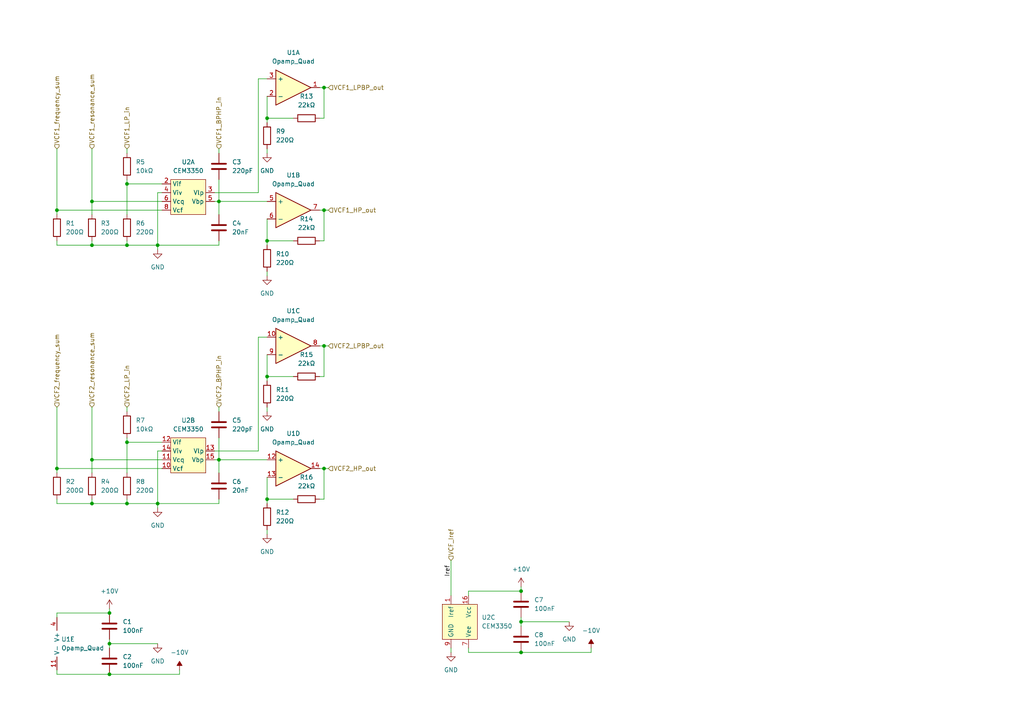
<source format=kicad_sch>
(kicad_sch (version 20210621) (generator eeschema)
  (paper "A4")
  (lib_symbols
    (symbol "Device:C" (pin_numbers hide) (pin_names (offset 0.254))
      (property "Reference" "C" (at 0.635 2.54 0))
      (property "Value" "C" (at 0.635 -2.54 0))
      (symbol "C_0_1"
        (polyline (pts (xy -2.032 -0.762) (xy 2.032 -0.762)) (stroke (width 0.508)))
        (polyline (pts (xy -2.032 0.762) (xy 2.032 0.762)) (stroke (width 0.508)))
      )
      (symbol "C_1_1"
        (pin passive line (at 0 3.81 270) (length 2.794) (name "~") (number "1"))
        (pin passive line (at 0 -3.81 90) (length 2.794) (name "~") (number "2"))
      )
    )
    (symbol "Device:Opamp_Quad"
      (property "Reference" "U" (at 0 5.08 0))
      (property "Value" "Opamp_Quad" (at 0 -5.08 0))
      (symbol "Opamp_Quad_1_1"
        (polyline (pts (xy -5.08 5.08) (xy 5.08 0) (xy -5.08 -5.08) (xy -5.08 5.08)) (stroke (width 0.254)) (fill (type background)))
        (pin output line (at 7.62 0 180) (length 2.54) (name "~") (number "1"))
        (pin input line (at -7.62 -2.54 0) (length 2.54) (name "-") (number "2"))
        (pin input line (at -7.62 2.54 0) (length 2.54) (name "+") (number "3"))
      )
      (symbol "Opamp_Quad_2_1"
        (polyline (pts (xy -5.08 5.08) (xy 5.08 0) (xy -5.08 -5.08) (xy -5.08 5.08)) (stroke (width 0.254)) (fill (type background)))
        (pin input line (at -7.62 2.54 0) (length 2.54) (name "+") (number "5"))
        (pin input line (at -7.62 -2.54 0) (length 2.54) (name "-") (number "6"))
        (pin output line (at 7.62 0 180) (length 2.54) (name "~") (number "7"))
      )
      (symbol "Opamp_Quad_3_1"
        (polyline (pts (xy -5.08 5.08) (xy 5.08 0) (xy -5.08 -5.08) (xy -5.08 5.08)) (stroke (width 0.254)) (fill (type background)))
        (pin input line (at -7.62 2.54 0) (length 2.54) (name "+") (number "10"))
        (pin output line (at 7.62 0 180) (length 2.54) (name "~") (number "8"))
        (pin input line (at -7.62 -2.54 0) (length 2.54) (name "-") (number "9"))
      )
      (symbol "Opamp_Quad_4_1"
        (polyline (pts (xy -5.08 5.08) (xy 5.08 0) (xy -5.08 -5.08) (xy -5.08 5.08)) (stroke (width 0.254)) (fill (type background)))
        (pin input line (at -7.62 2.54 0) (length 2.54) (name "+") (number "12"))
        (pin input line (at -7.62 -2.54 0) (length 2.54) (name "-") (number "13"))
        (pin output line (at 7.62 0 180) (length 2.54) (name "~") (number "14"))
      )
      (symbol "Opamp_Quad_5_1"
        (pin power_in line (at -2.54 -7.62 90) (length 3.81) (name "V-") (number "11"))
        (pin power_in line (at -2.54 7.62 270) (length 3.81) (name "V+") (number "4"))
      )
    )
    (symbol "Device:R" (pin_numbers hide) (pin_names (offset 0))
      (property "Reference" "R" (at 2.032 0 90))
      (property "Value" "R" (at 0 0 90))
      (symbol "R_0_1"
        (rectangle (start -1.016 -2.54) (end 1.016 2.54) (stroke (width 0.254)))
      )
      (symbol "R_1_1"
        (pin passive line (at 0 3.81 270) (length 1.27) (name "~") (number "1"))
        (pin passive line (at 0 -3.81 90) (length 1.27) (name "~") (number "2"))
      )
    )
    (symbol "Modular_Mayhem:CEM3350"
      (property "Reference" "U" (at -6.35 6.35 0))
      (property "Value" "CEM3350" (at 7.62 6.35 0))
      (symbol "CEM3350_0_1"
        (rectangle (start -5.08 5.08) (end 5.08 -5.08) (stroke (width 0.1524)) (fill (type background)))
      )
      (symbol "CEM3350_1_1"
        (pin input line (at -7.62 3.81 0) (length 2.54) (name "Vif") (number "2"))
        (pin bidirectional line (at 7.62 1.27 180) (length 2.54) (name "Vlp") (number "3"))
        (pin input line (at -7.62 1.27 0) (length 2.54) (name "Viv") (number "4"))
        (pin bidirectional line (at 7.62 -1.27 180) (length 2.54) (name "Vbp") (number "5"))
        (pin input line (at -7.62 -1.27 0) (length 2.54) (name "Vcq") (number "6"))
        (pin input line (at -7.62 -3.81 0) (length 2.54) (name "Vcf") (number "8"))
      )
      (symbol "CEM3350_2_1"
        (pin input line (at -7.62 -3.81 0) (length 2.54) (name "Vcf") (number "10"))
        (pin input line (at -7.62 -1.27 0) (length 2.54) (name "Vcq") (number "11"))
        (pin input line (at -7.62 3.81 0) (length 2.54) (name "Vif") (number "12"))
        (pin bidirectional line (at 7.62 1.27 180) (length 2.54) (name "Vlp") (number "13"))
        (pin input line (at -7.62 1.27 0) (length 2.54) (name "Viv") (number "14"))
        (pin bidirectional line (at 7.62 -1.27 180) (length 2.54) (name "Vbp") (number "15"))
      )
      (symbol "CEM3350_3_1"
        (pin input line (at -2.54 7.62 270) (length 2.54) (name "Iref") (number "1"))
        (pin input line (at 2.54 7.62 270) (length 2.54) (name "Vcc") (number "16"))
        (pin input line (at 2.54 -7.62 90) (length 2.54) (name "Vee") (number "7"))
        (pin input line (at -2.54 -7.62 90) (length 2.54) (name "GND") (number "9"))
      )
    )
    (symbol "power:+10V" (power) (pin_names (offset 0))
      (property "Value" "+10V" (at 0 3.556 0))
      (symbol "+10V_0_1"
        (polyline (pts (xy -0.762 1.27) (xy 0 2.54)))
        (polyline (pts (xy 0 0) (xy 0 2.54)))
        (polyline (pts (xy 0 2.54) (xy 0.762 1.27)))
      )
      (symbol "+10V_1_1"
        (pin power_in line (at 0 0 90) (length 0) hide (name "+10V") (number "1"))
      )
    )
    (symbol "power:-10V" (power) (pin_names (offset 0))
      (property "Value" "-10V" (at 0 3.81 0))
      (symbol "-10V_0_0"
        (pin power_in line (at 0 0 90) (length 0) hide (name "-10V") (number "1"))
      )
      (symbol "-10V_0_1"
        (polyline (pts (xy 0 0) (xy 0 1.27) (xy 0.762 1.27) (xy 0 2.54) (xy -0.762 1.27) (xy 0 1.27)) (fill (type outline)))
      )
    )
    (symbol "power:GND" (power) (pin_names (offset 0))
      (property "Value" "GND" (at 0 -3.81 0))
      (symbol "GND_0_1"
        (polyline (pts (xy 0 0) (xy 0 -1.27) (xy 1.27 -1.27) (xy 0 -2.54) (xy -1.27 -1.27) (xy 0 -1.27)))
      )
      (symbol "GND_1_1"
        (pin power_in line (at 0 0 270) (length 0) hide (name "GND") (number "1"))
      )
    )
  )
  (bus_alias "VCF_signals" (members))
  (bus_alias "VCF_power" (members "Iref" "Vcc" "Vee"))
  (bus_alias "VCF_CVs" (members))
  (junction (at 16.51 60.96))
  (junction (at 16.51 135.89))
  (junction (at 26.67 58.42))
  (junction (at 26.67 71.12))
  (junction (at 26.67 133.35))
  (junction (at 26.67 146.05))
  (junction (at 31.75 177.8))
  (junction (at 31.75 186.69))
  (junction (at 31.75 195.58))
  (junction (at 36.83 53.34))
  (junction (at 36.83 71.12))
  (junction (at 36.83 128.27))
  (junction (at 36.83 146.05))
  (junction (at 45.72 71.12))
  (junction (at 45.72 146.05))
  (junction (at 63.5 58.42))
  (junction (at 63.5 133.35))
  (junction (at 77.47 34.29))
  (junction (at 77.47 69.85))
  (junction (at 77.47 109.22))
  (junction (at 77.47 144.78))
  (junction (at 93.98 25.4))
  (junction (at 93.98 60.96))
  (junction (at 93.98 100.33))
  (junction (at 93.98 135.89))
  (junction (at 151.13 171.45))
  (junction (at 151.13 180.34))
  (junction (at 151.13 189.23))
  (wire (pts (xy 16.51 43.18) (xy 16.51 60.96)))
  (wire (pts (xy 16.51 60.96) (xy 16.51 62.23)))
  (wire (pts (xy 16.51 69.85) (xy 16.51 71.12)))
  (wire (pts (xy 16.51 71.12) (xy 26.67 71.12)))
  (wire (pts (xy 16.51 118.11) (xy 16.51 135.89)))
  (wire (pts (xy 16.51 135.89) (xy 16.51 137.16)))
  (wire (pts (xy 16.51 144.78) (xy 16.51 146.05)))
  (wire (pts (xy 16.51 146.05) (xy 26.67 146.05)))
  (wire (pts (xy 16.51 177.8) (xy 16.51 179.07)))
  (wire (pts (xy 16.51 195.58) (xy 16.51 194.31)))
  (wire (pts (xy 26.67 43.18) (xy 26.67 58.42)))
  (wire (pts (xy 26.67 58.42) (xy 26.67 62.23)))
  (wire (pts (xy 26.67 58.42) (xy 46.99 58.42)))
  (wire (pts (xy 26.67 69.85) (xy 26.67 71.12)))
  (wire (pts (xy 26.67 71.12) (xy 36.83 71.12)))
  (wire (pts (xy 26.67 118.11) (xy 26.67 133.35)))
  (wire (pts (xy 26.67 133.35) (xy 26.67 137.16)))
  (wire (pts (xy 26.67 133.35) (xy 46.99 133.35)))
  (wire (pts (xy 26.67 144.78) (xy 26.67 146.05)))
  (wire (pts (xy 26.67 146.05) (xy 36.83 146.05)))
  (wire (pts (xy 31.75 176.53) (xy 31.75 177.8)))
  (wire (pts (xy 31.75 177.8) (xy 16.51 177.8)))
  (wire (pts (xy 31.75 185.42) (xy 31.75 186.69)))
  (wire (pts (xy 31.75 186.69) (xy 31.75 187.96)))
  (wire (pts (xy 31.75 186.69) (xy 45.72 186.69)))
  (wire (pts (xy 31.75 195.58) (xy 16.51 195.58)))
  (wire (pts (xy 36.83 43.18) (xy 36.83 44.45)))
  (wire (pts (xy 36.83 52.07) (xy 36.83 53.34)))
  (wire (pts (xy 36.83 53.34) (xy 36.83 62.23)))
  (wire (pts (xy 36.83 53.34) (xy 46.99 53.34)))
  (wire (pts (xy 36.83 69.85) (xy 36.83 71.12)))
  (wire (pts (xy 36.83 71.12) (xy 45.72 71.12)))
  (wire (pts (xy 36.83 118.11) (xy 36.83 119.38)))
  (wire (pts (xy 36.83 127) (xy 36.83 128.27)))
  (wire (pts (xy 36.83 128.27) (xy 36.83 137.16)))
  (wire (pts (xy 36.83 128.27) (xy 46.99 128.27)))
  (wire (pts (xy 36.83 144.78) (xy 36.83 146.05)))
  (wire (pts (xy 36.83 146.05) (xy 45.72 146.05)))
  (wire (pts (xy 45.72 55.88) (xy 45.72 71.12)))
  (wire (pts (xy 45.72 71.12) (xy 45.72 72.39)))
  (wire (pts (xy 45.72 130.81) (xy 45.72 146.05)))
  (wire (pts (xy 45.72 146.05) (xy 45.72 147.32)))
  (wire (pts (xy 46.99 55.88) (xy 45.72 55.88)))
  (wire (pts (xy 46.99 60.96) (xy 16.51 60.96)))
  (wire (pts (xy 46.99 130.81) (xy 45.72 130.81)))
  (wire (pts (xy 46.99 135.89) (xy 16.51 135.89)))
  (wire (pts (xy 52.07 194.31) (xy 52.07 195.58)))
  (wire (pts (xy 52.07 195.58) (xy 31.75 195.58)))
  (wire (pts (xy 62.23 55.88) (xy 74.93 55.88)))
  (wire (pts (xy 62.23 58.42) (xy 63.5 58.42)))
  (wire (pts (xy 62.23 130.81) (xy 74.93 130.81)))
  (wire (pts (xy 62.23 133.35) (xy 63.5 133.35)))
  (wire (pts (xy 63.5 43.18) (xy 63.5 44.45)))
  (wire (pts (xy 63.5 52.07) (xy 63.5 58.42)))
  (wire (pts (xy 63.5 58.42) (xy 63.5 62.23)))
  (wire (pts (xy 63.5 58.42) (xy 77.47 58.42)))
  (wire (pts (xy 63.5 69.85) (xy 63.5 71.12)))
  (wire (pts (xy 63.5 71.12) (xy 45.72 71.12)))
  (wire (pts (xy 63.5 118.11) (xy 63.5 119.38)))
  (wire (pts (xy 63.5 127) (xy 63.5 133.35)))
  (wire (pts (xy 63.5 133.35) (xy 63.5 137.16)))
  (wire (pts (xy 63.5 133.35) (xy 77.47 133.35)))
  (wire (pts (xy 63.5 144.78) (xy 63.5 146.05)))
  (wire (pts (xy 63.5 146.05) (xy 45.72 146.05)))
  (wire (pts (xy 74.93 22.86) (xy 77.47 22.86)))
  (wire (pts (xy 74.93 55.88) (xy 74.93 22.86)))
  (wire (pts (xy 74.93 97.79) (xy 77.47 97.79)))
  (wire (pts (xy 74.93 130.81) (xy 74.93 97.79)))
  (wire (pts (xy 77.47 27.94) (xy 77.47 34.29)))
  (wire (pts (xy 77.47 34.29) (xy 77.47 35.56)))
  (wire (pts (xy 77.47 34.29) (xy 85.09 34.29)))
  (wire (pts (xy 77.47 43.18) (xy 77.47 44.45)))
  (wire (pts (xy 77.47 63.5) (xy 77.47 69.85)))
  (wire (pts (xy 77.47 69.85) (xy 77.47 71.12)))
  (wire (pts (xy 77.47 69.85) (xy 85.09 69.85)))
  (wire (pts (xy 77.47 78.74) (xy 77.47 80.01)))
  (wire (pts (xy 77.47 102.87) (xy 77.47 109.22)))
  (wire (pts (xy 77.47 109.22) (xy 77.47 110.49)))
  (wire (pts (xy 77.47 109.22) (xy 85.09 109.22)))
  (wire (pts (xy 77.47 118.11) (xy 77.47 119.38)))
  (wire (pts (xy 77.47 138.43) (xy 77.47 144.78)))
  (wire (pts (xy 77.47 144.78) (xy 77.47 146.05)))
  (wire (pts (xy 77.47 144.78) (xy 85.09 144.78)))
  (wire (pts (xy 77.47 153.67) (xy 77.47 154.94)))
  (wire (pts (xy 93.98 25.4) (xy 92.71 25.4)))
  (wire (pts (xy 93.98 25.4) (xy 93.98 34.29)))
  (wire (pts (xy 93.98 25.4) (xy 95.25 25.4)))
  (wire (pts (xy 93.98 34.29) (xy 92.71 34.29)))
  (wire (pts (xy 93.98 60.96) (xy 92.71 60.96)))
  (wire (pts (xy 93.98 60.96) (xy 93.98 69.85)))
  (wire (pts (xy 93.98 60.96) (xy 95.25 60.96)))
  (wire (pts (xy 93.98 69.85) (xy 92.71 69.85)))
  (wire (pts (xy 93.98 100.33) (xy 92.71 100.33)))
  (wire (pts (xy 93.98 100.33) (xy 93.98 109.22)))
  (wire (pts (xy 93.98 100.33) (xy 95.25 100.33)))
  (wire (pts (xy 93.98 109.22) (xy 92.71 109.22)))
  (wire (pts (xy 93.98 135.89) (xy 92.71 135.89)))
  (wire (pts (xy 93.98 135.89) (xy 93.98 144.78)))
  (wire (pts (xy 93.98 135.89) (xy 95.25 135.89)))
  (wire (pts (xy 93.98 144.78) (xy 92.71 144.78)))
  (wire (pts (xy 130.81 162.56) (xy 130.81 172.72)))
  (wire (pts (xy 130.81 187.96) (xy 130.81 189.23)))
  (wire (pts (xy 135.89 171.45) (xy 135.89 172.72)))
  (wire (pts (xy 135.89 189.23) (xy 135.89 187.96)))
  (wire (pts (xy 151.13 170.18) (xy 151.13 171.45)))
  (wire (pts (xy 151.13 171.45) (xy 135.89 171.45)))
  (wire (pts (xy 151.13 179.07) (xy 151.13 180.34)))
  (wire (pts (xy 151.13 180.34) (xy 151.13 181.61)))
  (wire (pts (xy 151.13 180.34) (xy 165.1 180.34)))
  (wire (pts (xy 151.13 189.23) (xy 135.89 189.23)))
  (wire (pts (xy 171.45 187.96) (xy 171.45 189.23)))
  (wire (pts (xy 171.45 189.23) (xy 151.13 189.23)))
  (label "Iref" (at 130.81 163.83 270))
  (hierarchical_label "VCF1_frequency_sum" (shape input) (at 16.51 43.18 90))
  (hierarchical_label "VCF2_frequency_sum" (shape input) (at 16.51 118.11 90))
  (hierarchical_label "VCF1_resonance_sum" (shape input) (at 26.67 43.18 90))
  (hierarchical_label "VCF2_resonance_sum" (shape input) (at 26.67 118.11 90))
  (hierarchical_label "VCF1_LP_in" (shape input) (at 36.83 43.18 90))
  (hierarchical_label "VCF2_LP_in" (shape input) (at 36.83 118.11 90))
  (hierarchical_label "VCF1_BPHP_in" (shape input) (at 63.5 43.18 90))
  (hierarchical_label "VCF2_BPHP_in" (shape input) (at 63.5 118.11 90))
  (hierarchical_label "VCF1_LPBP_out" (shape input) (at 95.25 25.4 0))
  (hierarchical_label "VCF1_HP_out" (shape input) (at 95.25 60.96 0))
  (hierarchical_label "VCF2_LPBP_out" (shape input) (at 95.25 100.33 0))
  (hierarchical_label "VCF2_HP_out" (shape input) (at 95.25 135.89 0))
  (hierarchical_label "VCF_Iref" (shape input) (at 130.81 162.56 90))
  (symbol (lib_id "power:+10V") (at 31.75 176.53 0) (unit 1)
    (property "Reference" "#PWR01" (effects hide))
    (property "Value" "+10V" (at 31.75 171.45 0))
  )
  (symbol (lib_id "power:-10V") (at 52.07 194.31 0) (unit 1)
    (property "Reference" "#PWR05" (effects hide))
    (property "Value" "-10V" (at 52.07 189.23 0))
  )
  (symbol (lib_id "power:+10V") (at 151.13 170.18 0) (unit 1)
    (property "Reference" "#PWR011" (effects hide))
    (property "Value" "+10V" (at 151.13 165.1 0))
  )
  (symbol (lib_id "power:-10V") (at 171.45 187.96 0) (unit 1)
    (property "Reference" "#PWR013" (effects hide))
    (property "Value" "-10V" (at 171.45 182.88 0))
  )
  (symbol (lib_id "power:GND") (at 45.72 72.39 0) (unit 1)
    (property "Reference" "#PWR02" (effects hide))
    (property "Value" "GND" (at 45.72 77.47 0))
  )
  (symbol (lib_id "power:GND") (at 45.72 147.32 0) (unit 1)
    (property "Reference" "#PWR03" (effects hide))
    (property "Value" "GND" (at 45.72 152.4 0))
  )
  (symbol (lib_id "power:GND") (at 45.72 186.69 0) (unit 1)
    (property "Reference" "#PWR04" (effects hide))
    (property "Value" "GND" (at 45.72 191.77 0))
  )
  (symbol (lib_id "power:GND") (at 77.47 44.45 0) (unit 1)
    (property "Reference" "#PWR06" (effects hide))
    (property "Value" "GND" (at 77.47 49.53 0))
  )
  (symbol (lib_id "power:GND") (at 77.47 80.01 0) (unit 1)
    (property "Reference" "#PWR07" (effects hide))
    (property "Value" "GND" (at 77.47 85.09 0))
  )
  (symbol (lib_id "power:GND") (at 77.47 119.38 0) (unit 1)
    (property "Reference" "#PWR08" (effects hide))
    (property "Value" "GND" (at 77.47 124.46 0))
  )
  (symbol (lib_id "power:GND") (at 77.47 154.94 0) (unit 1)
    (property "Reference" "#PWR09" (effects hide))
    (property "Value" "GND" (at 77.47 160.02 0))
  )
  (symbol (lib_id "power:GND") (at 130.81 189.23 0) (unit 1)
    (property "Reference" "#PWR010" (effects hide))
    (property "Value" "GND" (at 130.81 194.31 0))
  )
  (symbol (lib_id "power:GND") (at 165.1 180.34 0) (unit 1)
    (property "Reference" "#PWR012" (effects hide))
    (property "Value" "GND" (at 165.1 185.42 0))
  )
  (symbol (lib_id "Device:Opamp_Quad") (at 19.05 186.69 0) (unit 5)
    (property "Reference" "U1" (at 17.78 185.4199 0) (effects (justify left)))
    (property "Value" "Opamp_Quad" (at 17.78 187.9599 0) (effects (justify left)))
  )
  (symbol (lib_id "Device:R") (at 16.51 66.04 0) (unit 1)
    (property "Reference" "R1" (at 19.05 64.7699 0) (effects (justify left)))
    (property "Value" "200Ω" (at 19.05 67.3099 0) (effects (justify left)))
  )
  (symbol (lib_id "Device:R") (at 16.51 140.97 0) (unit 1)
    (property "Reference" "R2" (at 19.05 139.6999 0) (effects (justify left)))
    (property "Value" "200Ω" (at 19.05 142.2399 0) (effects (justify left)))
  )
  (symbol (lib_id "Device:R") (at 26.67 66.04 0) (unit 1)
    (property "Reference" "R3" (at 29.21 64.7699 0) (effects (justify left)))
    (property "Value" "200Ω" (at 29.21 67.3099 0) (effects (justify left)))
  )
  (symbol (lib_id "Device:R") (at 26.67 140.97 0) (unit 1)
    (property "Reference" "R4" (at 29.21 139.6999 0) (effects (justify left)))
    (property "Value" "200Ω" (at 29.21 142.2399 0) (effects (justify left)))
  )
  (symbol (lib_id "Device:R") (at 36.83 48.26 0) (unit 1)
    (property "Reference" "R5" (at 39.37 46.9899 0) (effects (justify left)))
    (property "Value" "10kΩ" (at 39.37 49.5299 0) (effects (justify left)))
  )
  (symbol (lib_id "Device:R") (at 36.83 66.04 0) (unit 1)
    (property "Reference" "R6" (at 39.37 64.7699 0) (effects (justify left)))
    (property "Value" "220Ω" (at 39.37 67.3099 0) (effects (justify left)))
  )
  (symbol (lib_id "Device:R") (at 36.83 123.19 0) (unit 1)
    (property "Reference" "R7" (at 39.37 121.9199 0) (effects (justify left)))
    (property "Value" "10kΩ" (at 39.37 124.4599 0) (effects (justify left)))
  )
  (symbol (lib_id "Device:R") (at 36.83 140.97 0) (unit 1)
    (property "Reference" "R8" (at 39.37 139.6999 0) (effects (justify left)))
    (property "Value" "220Ω" (at 39.37 142.2399 0) (effects (justify left)))
  )
  (symbol (lib_id "Device:R") (at 77.47 39.37 0) (unit 1)
    (property "Reference" "R9" (at 80.01 38.0999 0) (effects (justify left)))
    (property "Value" "220Ω" (at 80.01 40.6399 0) (effects (justify left)))
  )
  (symbol (lib_id "Device:R") (at 77.47 74.93 0) (unit 1)
    (property "Reference" "R10" (at 80.01 73.6599 0) (effects (justify left)))
    (property "Value" "220Ω" (at 80.01 76.1999 0) (effects (justify left)))
  )
  (symbol (lib_id "Device:R") (at 77.47 114.3 0) (unit 1)
    (property "Reference" "R11" (at 80.01 113.0299 0) (effects (justify left)))
    (property "Value" "220Ω" (at 80.01 115.5699 0) (effects (justify left)))
  )
  (symbol (lib_id "Device:R") (at 77.47 149.86 0) (unit 1)
    (property "Reference" "R12" (at 80.01 148.5899 0) (effects (justify left)))
    (property "Value" "220Ω" (at 80.01 151.1299 0) (effects (justify left)))
  )
  (symbol (lib_id "Device:R") (at 88.9 34.29 90) (unit 1)
    (property "Reference" "R13" (at 88.9 27.94 90))
    (property "Value" "22kΩ" (at 88.9 30.48 90))
  )
  (symbol (lib_id "Device:R") (at 88.9 69.85 90) (unit 1)
    (property "Reference" "R14" (at 88.9 63.5 90))
    (property "Value" "22kΩ" (at 88.9 66.04 90))
  )
  (symbol (lib_id "Device:R") (at 88.9 109.22 90) (unit 1)
    (property "Reference" "R15" (at 88.9 102.87 90))
    (property "Value" "22kΩ" (at 88.9 105.41 90))
  )
  (symbol (lib_id "Device:R") (at 88.9 144.78 90) (unit 1)
    (property "Reference" "R16" (at 88.9 138.43 90))
    (property "Value" "22kΩ" (at 88.9 140.97 90))
  )
  (symbol (lib_id "Device:C") (at 31.75 181.61 0) (unit 1)
    (property "Reference" "C1" (at 35.56 180.3399 0) (effects (justify left)))
    (property "Value" "100nF" (at 35.56 182.8799 0) (effects (justify left)))
  )
  (symbol (lib_id "Device:C") (at 31.75 191.77 0) (unit 1)
    (property "Reference" "C2" (at 35.56 190.4999 0) (effects (justify left)))
    (property "Value" "100nF" (at 35.56 193.0399 0) (effects (justify left)))
  )
  (symbol (lib_id "Device:C") (at 63.5 48.26 0) (unit 1)
    (property "Reference" "C3" (at 67.31 46.9899 0) (effects (justify left)))
    (property "Value" "220pF" (at 67.31 49.5299 0) (effects (justify left)))
  )
  (symbol (lib_id "Device:C") (at 63.5 66.04 0) (unit 1)
    (property "Reference" "C4" (at 67.31 64.7699 0) (effects (justify left)))
    (property "Value" "20nF" (at 67.31 67.3099 0) (effects (justify left)))
  )
  (symbol (lib_id "Device:C") (at 63.5 123.19 0) (unit 1)
    (property "Reference" "C5" (at 67.31 121.9199 0) (effects (justify left)))
    (property "Value" "220pF" (at 67.31 124.4599 0) (effects (justify left)))
  )
  (symbol (lib_id "Device:C") (at 63.5 140.97 0) (unit 1)
    (property "Reference" "C6" (at 67.31 139.6999 0) (effects (justify left)))
    (property "Value" "20nF" (at 67.31 142.2399 0) (effects (justify left)))
  )
  (symbol (lib_id "Device:C") (at 151.13 175.26 0) (unit 1)
    (property "Reference" "C7" (at 154.94 173.9899 0) (effects (justify left)))
    (property "Value" "100nF" (at 154.94 176.5299 0) (effects (justify left)))
  )
  (symbol (lib_id "Device:C") (at 151.13 185.42 0) (unit 1)
    (property "Reference" "C8" (at 154.94 184.1499 0) (effects (justify left)))
    (property "Value" "100nF" (at 154.94 186.6899 0) (effects (justify left)))
  )
  (symbol (lib_id "Modular_Mayhem:CEM3350") (at 54.61 57.15 0) (unit 1)
    (property "Reference" "U2" (at 54.61 46.99 0))
    (property "Value" "CEM3350" (at 54.61 49.53 0))
  )
  (symbol (lib_id "Modular_Mayhem:CEM3350") (at 54.61 132.08 0) (unit 2)
    (property "Reference" "U2" (at 54.61 121.92 0))
    (property "Value" "CEM3350" (at 54.61 124.46 0))
  )
  (symbol (lib_id "Modular_Mayhem:CEM3350") (at 133.35 180.34 0) (unit 3)
    (property "Reference" "U2" (at 139.7 179.0699 0) (effects (justify left)))
    (property "Value" "CEM3350" (at 139.7 181.6099 0) (effects (justify left)))
  )
  (symbol (lib_id "Device:Opamp_Quad") (at 85.09 25.4 0) (unit 1)
    (property "Reference" "U1" (at 85.09 15.24 0))
    (property "Value" "Opamp_Quad" (at 85.09 17.78 0))
  )
  (symbol (lib_id "Device:Opamp_Quad") (at 85.09 60.96 0) (unit 2)
    (property "Reference" "U1" (at 85.09 50.8 0))
    (property "Value" "Opamp_Quad" (at 85.09 53.34 0))
  )
  (symbol (lib_id "Device:Opamp_Quad") (at 85.09 100.33 0) (unit 3)
    (property "Reference" "U1" (at 85.09 90.17 0))
    (property "Value" "Opamp_Quad" (at 85.09 92.71 0))
  )
  (symbol (lib_id "Device:Opamp_Quad") (at 85.09 135.89 0) (unit 4)
    (property "Reference" "U1" (at 85.09 125.73 0))
    (property "Value" "Opamp_Quad" (at 85.09 128.27 0))
  )
)
</source>
